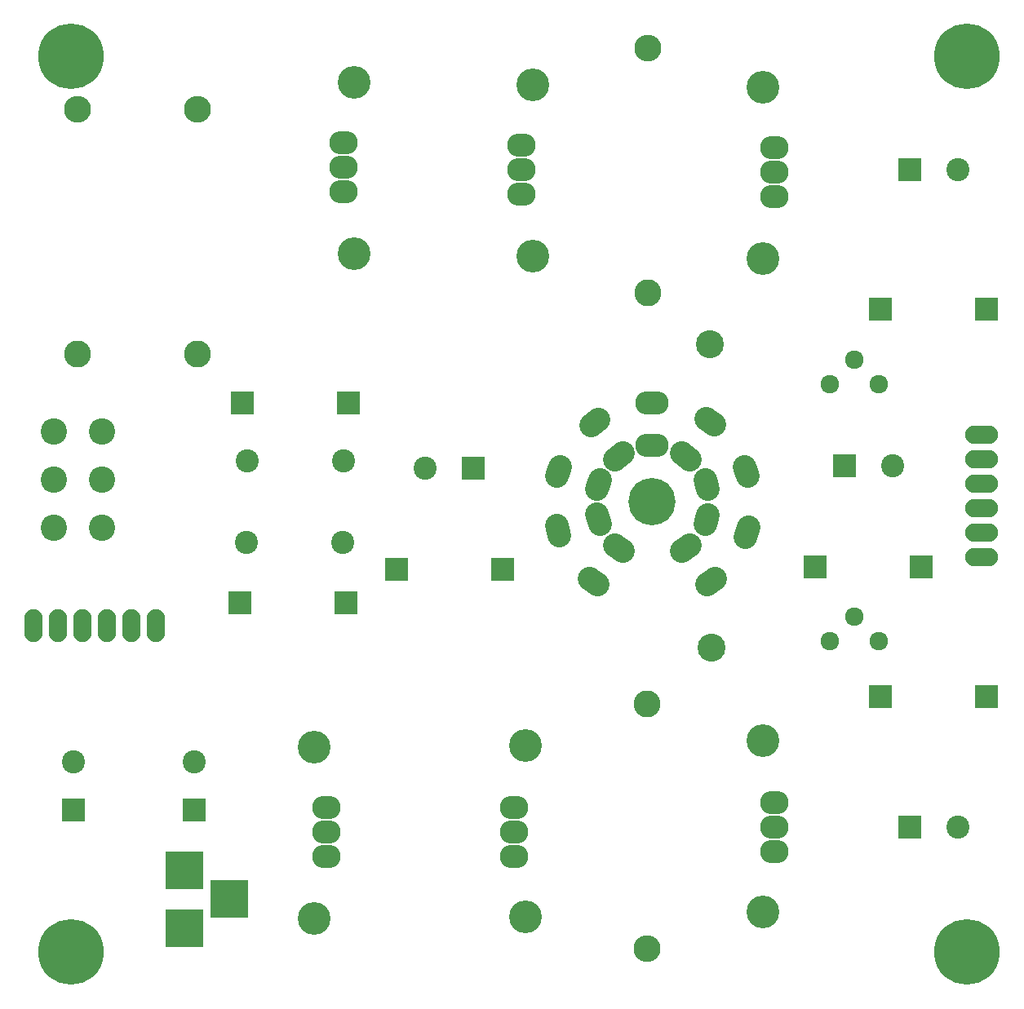
<source format=gbr>
G04 #@! TF.FileFunction,Soldermask,Bot*
%FSLAX46Y46*%
G04 Gerber Fmt 4.6, Leading zero omitted, Abs format (unit mm)*
G04 Created by KiCad (PCBNEW 4.0.6) date 09/01/17 14:50:38*
%MOMM*%
%LPD*%
G01*
G04 APERTURE LIST*
%ADD10C,0.100000*%
%ADD11C,2.430000*%
%ADD12O,3.450000X2.430000*%
%ADD13C,4.900000*%
%ADD14O,1.910000X3.410000*%
%ADD15O,2.940000X2.432000*%
%ADD16O,3.410000X1.910000*%
%ADD17R,2.400000X2.400000*%
%ADD18C,2.400000*%
%ADD19C,1.924000*%
%ADD20R,3.900000X3.900000*%
%ADD21C,2.899360*%
%ADD22C,2.740000*%
%ADD23C,6.800000*%
%ADD24C,1.000000*%
%ADD25C,3.400000*%
%ADD26C,2.800000*%
%ADD27O,2.800000X2.800000*%
%ADD28R,2.398980X2.398980*%
G04 APERTURE END LIST*
D10*
D11*
X125804199Y-98180030D02*
X124979001Y-98779570D01*
X129232199Y-92863961D02*
X128917001Y-93834039D01*
X128866201Y-86564761D02*
X129181399Y-87534839D01*
X124852001Y-81619230D02*
X125677199Y-82218770D01*
D12*
X119295600Y-80014000D03*
D11*
X113713799Y-81644630D02*
X112888601Y-82244170D01*
X109724999Y-86564761D02*
X109409801Y-87534839D01*
X109333601Y-92711561D02*
X109648799Y-93681639D01*
X112787001Y-98180030D02*
X113612199Y-98779570D01*
D13*
X119300000Y-90250000D03*
D14*
X55118000Y-103124000D03*
X57658000Y-103124000D03*
X60198000Y-103124000D03*
X62738000Y-103124000D03*
X65278000Y-103124000D03*
X67818000Y-103124000D03*
D15*
X132000000Y-56000000D03*
X132000000Y-53460000D03*
X132000000Y-58540000D03*
X132000000Y-124000000D03*
X132000000Y-121460000D03*
X132000000Y-126540000D03*
X105750000Y-55750000D03*
X105750000Y-58290000D03*
X105750000Y-53210000D03*
X105000000Y-124500000D03*
X105000000Y-127040000D03*
X105000000Y-121960000D03*
X85500000Y-124540000D03*
X85500000Y-122000000D03*
X85500000Y-127080000D03*
X87250000Y-55500000D03*
X87250000Y-58040000D03*
X87250000Y-52960000D03*
D16*
X153500000Y-96000000D03*
X153500000Y-93460000D03*
X153500000Y-90920000D03*
X153500000Y-88380000D03*
X153500000Y-85840000D03*
X153500000Y-83300000D03*
D17*
X100750000Y-86750000D03*
D18*
X95750000Y-86750000D03*
D17*
X139250000Y-86500000D03*
D18*
X144250000Y-86500000D03*
D17*
X146000000Y-55750000D03*
D18*
X151000000Y-55750000D03*
D17*
X146000000Y-124000000D03*
D18*
X151000000Y-124000000D03*
D17*
X59250000Y-122250000D03*
D18*
X59250000Y-117250000D03*
D17*
X71750000Y-122250000D03*
D18*
X71750000Y-117250000D03*
D19*
X140290000Y-75460000D03*
X142830000Y-78000000D03*
X137750000Y-78000000D03*
X140290000Y-102210000D03*
X142830000Y-104750000D03*
X137750000Y-104750000D03*
D20*
X70750000Y-128500000D03*
X70750000Y-134500000D03*
X75450000Y-131500000D03*
D11*
X123162599Y-94700230D02*
X122337401Y-95299770D01*
X125057599Y-91584961D02*
X124742401Y-92555039D01*
X124742401Y-87934961D02*
X125057599Y-88905039D01*
X122337401Y-85190230D02*
X123162599Y-85789770D01*
D12*
X119300000Y-84350000D03*
D11*
X116252599Y-85190230D02*
X115427401Y-85789770D01*
X113847599Y-87934961D02*
X113532401Y-88905039D01*
X113532401Y-91544961D02*
X113847599Y-92515039D01*
X115427401Y-94700230D02*
X116252599Y-95299770D01*
D13*
X119300000Y-90250000D03*
D21*
X125300000Y-73900000D03*
X125500000Y-105400000D03*
D22*
X57230000Y-92964000D03*
X57230000Y-87964000D03*
X57230000Y-82964000D03*
X62230000Y-92964000D03*
X62230000Y-87964000D03*
X62230000Y-82964000D03*
D23*
X59000000Y-44000000D03*
D24*
X61400000Y-44000000D03*
X60697056Y-45697056D03*
X59000000Y-46400000D03*
X57302944Y-45697056D03*
X56600000Y-44000000D03*
X57302944Y-42302944D03*
X59000000Y-41600000D03*
X60697056Y-42302944D03*
D23*
X152000000Y-44000000D03*
D24*
X154400000Y-44000000D03*
X153697056Y-45697056D03*
X152000000Y-46400000D03*
X150302944Y-45697056D03*
X149600000Y-44000000D03*
X150302944Y-42302944D03*
X152000000Y-41600000D03*
X153697056Y-42302944D03*
D23*
X152000000Y-137000000D03*
D24*
X154400000Y-137000000D03*
X153697056Y-138697056D03*
X152000000Y-139400000D03*
X150302944Y-138697056D03*
X149600000Y-137000000D03*
X150302944Y-135302944D03*
X152000000Y-134600000D03*
X153697056Y-135302944D03*
D23*
X59000000Y-137000000D03*
D24*
X61400000Y-137000000D03*
X60697056Y-138697056D03*
X59000000Y-139400000D03*
X57302944Y-138697056D03*
X56600000Y-137000000D03*
X57302944Y-135302944D03*
X59000000Y-134600000D03*
X60697056Y-135302944D03*
D25*
X88392000Y-46716000D03*
X88392000Y-64516000D03*
X106934000Y-46970000D03*
X106934000Y-64770000D03*
X130810000Y-65024000D03*
X130810000Y-47224000D03*
X84250000Y-133500000D03*
X84250000Y-115700000D03*
X106172000Y-115550000D03*
X106172000Y-133350000D03*
X130810000Y-132842000D03*
X130810000Y-115042000D03*
D26*
X59690000Y-74930000D03*
D27*
X59690000Y-49530000D03*
D26*
X118872000Y-68580000D03*
D27*
X118872000Y-43180000D03*
D26*
X118750000Y-111250000D03*
D27*
X118750000Y-136650000D03*
D26*
X72136000Y-74930000D03*
D27*
X72136000Y-49530000D03*
D18*
X87200000Y-94500000D03*
X77200000Y-94500000D03*
X87250000Y-86000000D03*
X77250000Y-86000000D03*
D28*
X154001640Y-70250000D03*
X142998360Y-70250000D03*
X87751640Y-80000000D03*
X76748360Y-80000000D03*
X87501640Y-100750000D03*
X76498360Y-100750000D03*
X103751640Y-97250000D03*
X92748360Y-97250000D03*
X136248360Y-97000000D03*
X147251640Y-97000000D03*
X154001640Y-110500000D03*
X142998360Y-110500000D03*
M02*

</source>
